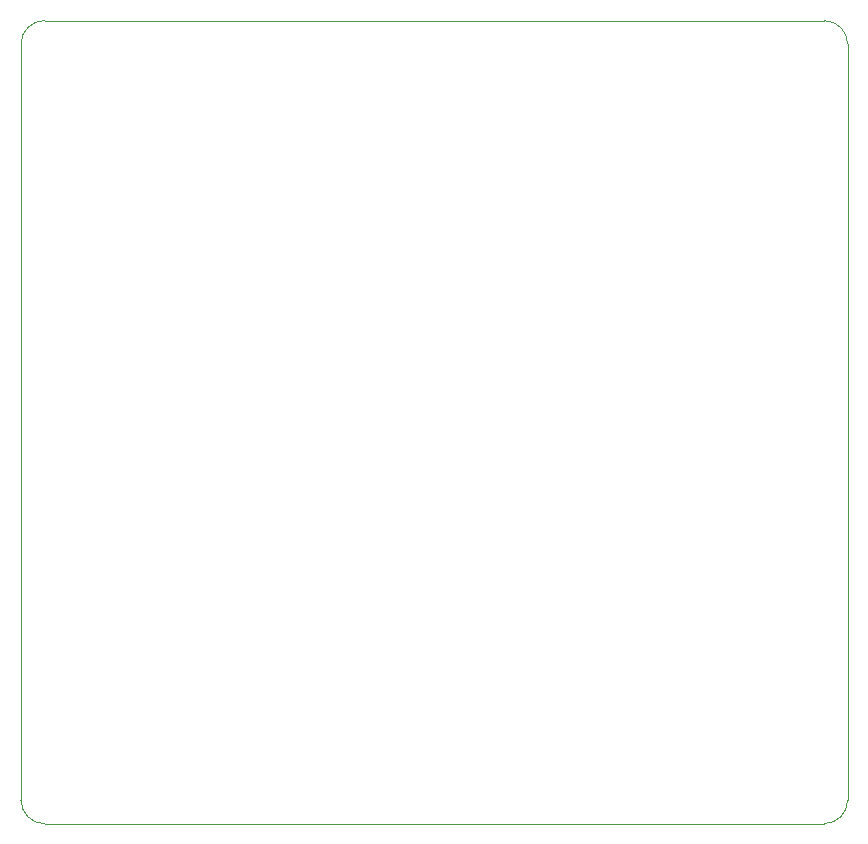
<source format=gbr>
%TF.GenerationSoftware,KiCad,Pcbnew,9.0.3*%
%TF.CreationDate,2025-07-27T16:10:42+12:00*%
%TF.ProjectId,ES-Speed-Box-Controller,45532d53-7065-4656-942d-426f782d436f,rev?*%
%TF.SameCoordinates,Original*%
%TF.FileFunction,Profile,NP*%
%FSLAX46Y46*%
G04 Gerber Fmt 4.6, Leading zero omitted, Abs format (unit mm)*
G04 Created by KiCad (PCBNEW 9.0.3) date 2025-07-27 16:10:42*
%MOMM*%
%LPD*%
G01*
G04 APERTURE LIST*
%TA.AperFunction,Profile*%
%ADD10C,0.038100*%
%TD*%
G04 APERTURE END LIST*
D10*
X62000000Y-30000000D02*
X128000000Y-30000000D01*
X62000000Y-98000000D02*
G75*
G02*
X60000000Y-96000000I0J2000000D01*
G01*
X130000000Y-32000000D02*
X130000000Y-96000000D01*
X130000000Y-96000000D02*
G75*
G02*
X128000000Y-98000000I-2000000J0D01*
G01*
X60000000Y-32000000D02*
G75*
G02*
X62000000Y-30000000I2000000J0D01*
G01*
X60000000Y-96000000D02*
X60000000Y-32000000D01*
X128000000Y-98000000D02*
X62000000Y-98000000D01*
X128000000Y-30000000D02*
G75*
G02*
X130000000Y-32000000I0J-2000000D01*
G01*
M02*

</source>
